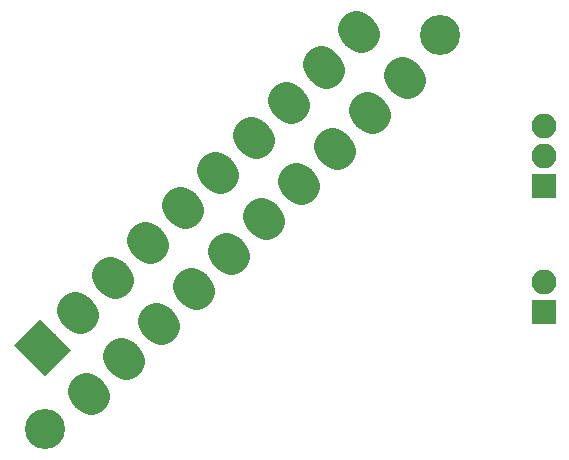
<source format=gbr>
G04 #@! TF.GenerationSoftware,KiCad,Pcbnew,5.0.0-fee4fd1~65~ubuntu17.10.1*
G04 #@! TF.CreationDate,2018-07-28T17:47:53-07:00*
G04 #@! TF.ProjectId,_autosave-ATX2PCjr,5F6175746F736176652D415458325043,rev?*
G04 #@! TF.SameCoordinates,Original*
G04 #@! TF.FileFunction,Soldermask,Bot*
G04 #@! TF.FilePolarity,Negative*
%FSLAX46Y46*%
G04 Gerber Fmt 4.6, Leading zero omitted, Abs format (unit mm)*
G04 Created by KiCad (PCBNEW 5.0.0-fee4fd1~65~ubuntu17.10.1) date Sat Jul 28 17:47:53 2018*
%MOMM*%
%LPD*%
G01*
G04 APERTURE LIST*
%ADD10C,3.100000*%
%ADD11C,0.100000*%
%ADD12C,3.100000*%
%ADD13C,3.400000*%
%ADD14R,2.100000X2.100000*%
%ADD15O,2.100000X2.100000*%
G04 APERTURE END LIST*
D10*
G04 #@! TO.C,J1*
X101380758Y-71979242D03*
D11*
G36*
X101592890Y-74383405D02*
X98976595Y-71767110D01*
X101168626Y-69575079D01*
X103784921Y-72191374D01*
X101592890Y-74383405D01*
X101592890Y-74383405D01*
G37*
D10*
X104350606Y-69009394D03*
D12*
X104138474Y-68797262D02*
X104562738Y-69221526D01*
D10*
X107320455Y-66039545D03*
D12*
X107108323Y-65827413D02*
X107532587Y-66251677D01*
D10*
X110290303Y-63069697D03*
D12*
X110078171Y-62857565D02*
X110502435Y-63281829D01*
D10*
X113260152Y-60099848D03*
D12*
X113048020Y-59887716D02*
X113472284Y-60311980D01*
D10*
X116230000Y-57130000D03*
D12*
X116017868Y-56917868D02*
X116442132Y-57342132D01*
D10*
X119199849Y-54160151D03*
D12*
X118987717Y-53948019D02*
X119411981Y-54372283D01*
D10*
X122169697Y-51190303D03*
D12*
X121957565Y-50978171D02*
X122381829Y-51402435D01*
D10*
X125139546Y-48220454D03*
D12*
X124927414Y-48008322D02*
X125351678Y-48432586D01*
D10*
X128109394Y-45250606D03*
D12*
X127897262Y-45038474D02*
X128321526Y-45462738D01*
D10*
X105269845Y-75868329D03*
D12*
X105057713Y-75656197D02*
X105481977Y-76080461D01*
D10*
X108239694Y-72898481D03*
D12*
X108027562Y-72686349D02*
X108451826Y-73110613D01*
D10*
X111209542Y-69928632D03*
D12*
X110997410Y-69716500D02*
X111421674Y-70140764D01*
D10*
X114179391Y-66958784D03*
D12*
X113967259Y-66746652D02*
X114391523Y-67170916D01*
D10*
X117149239Y-63988935D03*
D12*
X116937107Y-63776803D02*
X117361371Y-64201067D01*
D10*
X120119088Y-61019087D03*
D12*
X119906956Y-60806955D02*
X120331220Y-61231219D01*
D10*
X123088936Y-58049238D03*
D12*
X122876804Y-57837106D02*
X123301068Y-58261370D01*
D10*
X126058785Y-55079390D03*
D12*
X125846653Y-54867258D02*
X126270917Y-55291522D01*
D10*
X129028633Y-52109541D03*
D12*
X128816501Y-51897409D02*
X129240765Y-52321673D01*
D10*
X131998482Y-49139693D03*
D12*
X131786350Y-48927561D02*
X132210614Y-49351825D01*
D13*
X101621174Y-78866462D03*
X134996614Y-45491022D03*
G04 #@! TD*
D14*
G04 #@! TO.C,J3*
X143810000Y-68950000D03*
D15*
X143810000Y-66410000D03*
G04 #@! TD*
D14*
G04 #@! TO.C,J4*
X143810000Y-58270000D03*
D15*
X143810000Y-55730000D03*
X143810000Y-53190000D03*
G04 #@! TD*
M02*

</source>
